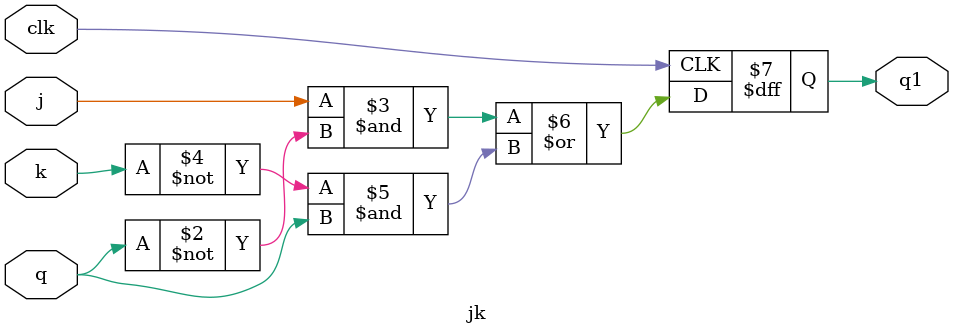
<source format=v>
`timescale 1ns / 1ps


module jk(
input j,k,q,clk,
output reg q1
    );
    always@(posedge clk)
    begin
    q1=(j&~q)|(~k&q);
    end
endmodule

</source>
